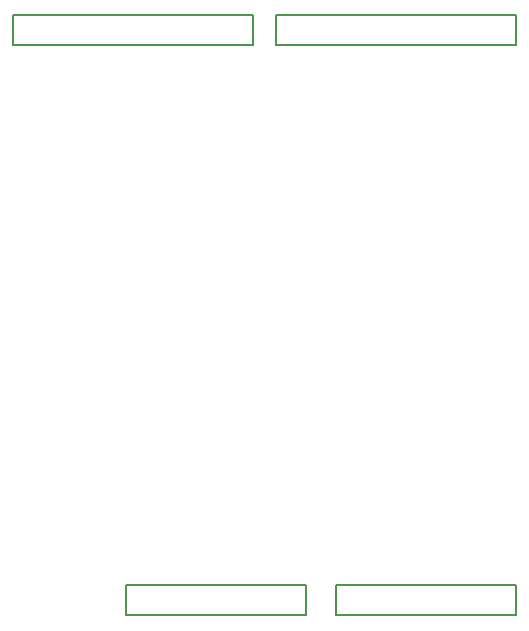
<source format=gbo>
G75*
G70*
%OFA0B0*%
%FSLAX24Y24*%
%IPPOS*%
%LPD*%
%AMOC8*
5,1,8,0,0,1.08239X$1,22.5*
%
%ADD10C,0.0050*%
D10*
X014551Y002910D02*
X014551Y003910D01*
X020551Y003910D01*
X020551Y002910D01*
X014551Y002910D01*
X021551Y002910D02*
X021551Y003910D01*
X027551Y003910D01*
X027551Y002910D01*
X021551Y002910D01*
X019551Y021910D02*
X019551Y022910D01*
X027551Y022910D01*
X027551Y021910D01*
X019551Y021910D01*
X018801Y021910D02*
X010801Y021910D01*
X010801Y022910D01*
X018801Y022910D01*
X018801Y021910D01*
M02*

</source>
